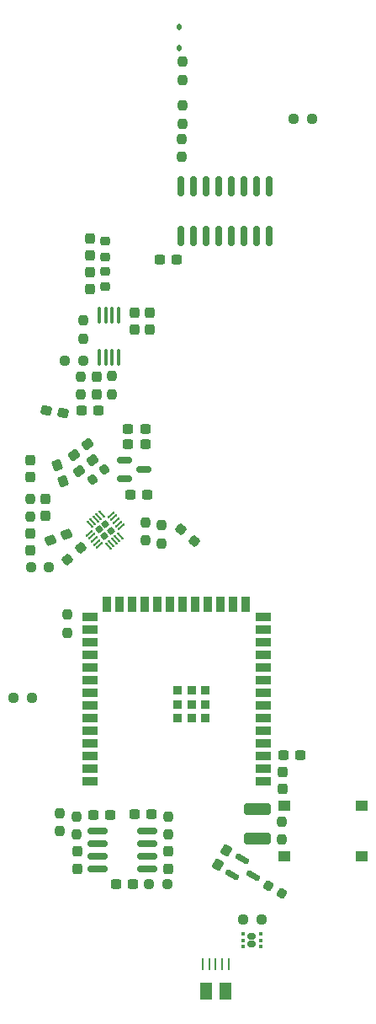
<source format=gbr>
G04 #@! TF.GenerationSoftware,KiCad,Pcbnew,8.0.3*
G04 #@! TF.CreationDate,2024-07-27T02:44:29-04:00*
G04 #@! TF.ProjectId,MEAP_Rev4,4d454150-5f52-4657-9634-2e6b69636164,rev?*
G04 #@! TF.SameCoordinates,Original*
G04 #@! TF.FileFunction,Paste,Top*
G04 #@! TF.FilePolarity,Positive*
%FSLAX46Y46*%
G04 Gerber Fmt 4.6, Leading zero omitted, Abs format (unit mm)*
G04 Created by KiCad (PCBNEW 8.0.3) date 2024-07-27 02:44:29*
%MOMM*%
%LPD*%
G01*
G04 APERTURE LIST*
G04 Aperture macros list*
%AMRoundRect*
0 Rectangle with rounded corners*
0 $1 Rounding radius*
0 $2 $3 $4 $5 $6 $7 $8 $9 X,Y pos of 4 corners*
0 Add a 4 corners polygon primitive as box body*
4,1,4,$2,$3,$4,$5,$6,$7,$8,$9,$2,$3,0*
0 Add four circle primitives for the rounded corners*
1,1,$1+$1,$2,$3*
1,1,$1+$1,$4,$5*
1,1,$1+$1,$6,$7*
1,1,$1+$1,$8,$9*
0 Add four rect primitives between the rounded corners*
20,1,$1+$1,$2,$3,$4,$5,0*
20,1,$1+$1,$4,$5,$6,$7,0*
20,1,$1+$1,$6,$7,$8,$9,0*
20,1,$1+$1,$8,$9,$2,$3,0*%
G04 Aperture macros list end*
%ADD10RoundRect,0.150000X-0.825000X-0.150000X0.825000X-0.150000X0.825000X0.150000X-0.825000X0.150000X0*%
%ADD11RoundRect,0.237500X-0.077151X-0.374772X0.382475X0.010901X0.077151X0.374772X-0.382475X-0.010901X0*%
%ADD12RoundRect,0.250000X1.100000X-0.325000X1.100000X0.325000X-1.100000X0.325000X-1.100000X-0.325000X0*%
%ADD13RoundRect,0.237500X-0.325783X0.200678X-0.120571X-0.363138X0.325783X-0.200678X0.120571X0.363138X0*%
%ADD14RoundRect,0.150000X-0.587500X-0.150000X0.587500X-0.150000X0.587500X0.150000X-0.587500X0.150000X0*%
%ADD15RoundRect,0.237500X-0.237500X0.300000X-0.237500X-0.300000X0.237500X-0.300000X0.237500X0.300000X0*%
%ADD16RoundRect,0.237500X0.237500X-0.250000X0.237500X0.250000X-0.237500X0.250000X-0.237500X-0.250000X0*%
%ADD17RoundRect,0.150000X-0.583790X0.163846X0.433790X-0.423654X0.583790X-0.163846X-0.433790X0.423654X0*%
%ADD18RoundRect,0.218750X-0.256250X0.218750X-0.256250X-0.218750X0.256250X-0.218750X0.256250X0.218750X0*%
%ADD19RoundRect,0.237500X0.237500X-0.300000X0.237500X0.300000X-0.237500X0.300000X-0.237500X-0.300000X0*%
%ADD20RoundRect,0.237500X-0.300000X-0.237500X0.300000X-0.237500X0.300000X0.237500X-0.300000X0.237500X0*%
%ADD21RoundRect,0.237500X-0.038849X-0.342632X0.344173X-0.021239X0.038849X0.342632X-0.344173X0.021239X0*%
%ADD22RoundRect,0.150000X0.150000X-0.825000X0.150000X0.825000X-0.150000X0.825000X-0.150000X-0.825000X0*%
%ADD23RoundRect,0.218750X0.256250X-0.218750X0.256250X0.218750X-0.256250X0.218750X-0.256250X-0.218750X0*%
%ADD24RoundRect,0.237500X-0.250000X-0.237500X0.250000X-0.237500X0.250000X0.237500X-0.250000X0.237500X0*%
%ADD25R,1.500000X0.900000*%
%ADD26R,0.900000X1.500000*%
%ADD27R,0.900000X0.900000*%
%ADD28RoundRect,0.160000X-0.245000X-0.160000X0.245000X-0.160000X0.245000X0.160000X-0.245000X0.160000X0*%
%ADD29RoundRect,0.093750X-0.093750X-0.106250X0.093750X-0.106250X0.093750X0.106250X-0.093750X0.106250X0*%
%ADD30RoundRect,0.167500X0.020646X0.235979X-0.235979X0.020646X-0.020646X-0.235979X0.235979X-0.020646X0*%
%ADD31RoundRect,0.050000X0.255127X0.279348X-0.319406X-0.202743X-0.255127X-0.279348X0.319406X0.202743X0*%
%ADD32RoundRect,0.050000X-0.202743X0.319406X-0.279348X0.255127X0.202743X-0.319406X0.279348X-0.255127X0*%
%ADD33RoundRect,0.237500X0.300000X0.237500X-0.300000X0.237500X-0.300000X-0.237500X0.300000X-0.237500X0*%
%ADD34RoundRect,0.218750X-0.317568X-0.112544X0.061318X-0.331294X0.317568X0.112544X-0.061318X0.331294X0*%
%ADD35R,1.250000X1.000000*%
%ADD36RoundRect,0.237500X-0.237500X0.250000X-0.237500X-0.250000X0.237500X-0.250000X0.237500X0.250000X0*%
%ADD37RoundRect,0.237500X-0.200678X-0.325783X0.363138X-0.120571X0.200678X0.325783X-0.363138X0.120571X0*%
%ADD38RoundRect,0.237500X0.336684X0.181797X-0.254201X0.285986X-0.336684X-0.181797X0.254201X-0.285986X0*%
%ADD39RoundRect,0.112500X0.112500X-0.187500X0.112500X0.187500X-0.112500X0.187500X-0.112500X-0.187500X0*%
%ADD40RoundRect,0.237500X0.055681X-0.378558X0.355681X0.141058X-0.055681X0.378558X-0.355681X-0.141058X0*%
%ADD41R,0.200000X1.150000*%
%ADD42R,1.300000X1.700000*%
%ADD43RoundRect,0.237500X0.250000X0.237500X-0.250000X0.237500X-0.250000X-0.237500X0.250000X-0.237500X0*%
%ADD44RoundRect,0.100000X0.100000X-0.712500X0.100000X0.712500X-0.100000X0.712500X-0.100000X-0.712500X0*%
%ADD45RoundRect,0.237500X-0.344173X-0.021239X0.038849X-0.342632X0.344173X0.021239X-0.038849X0.342632X0*%
%ADD46RoundRect,0.218750X-0.002858X-0.336909X0.332287X-0.055689X0.002858X0.336909X-0.332287X0.055689X0*%
G04 APERTURE END LIST*
D10*
X32165000Y-97215000D03*
X32165000Y-98485000D03*
X32165000Y-99755000D03*
X32165000Y-101025000D03*
X37115000Y-101025000D03*
X37115000Y-99755000D03*
X37115000Y-98485000D03*
X37115000Y-97215000D03*
D11*
X29768572Y-59478810D03*
X31090000Y-58370000D03*
D12*
X48250000Y-97995000D03*
X48250000Y-95045000D03*
D13*
X28055007Y-60489514D03*
X28644993Y-62110486D03*
D14*
X34882503Y-59960000D03*
X34882502Y-61859999D03*
X36757496Y-60910001D03*
D15*
X35830000Y-45160000D03*
X35830004Y-46885004D03*
D16*
X40730002Y-21787502D03*
X40730000Y-19962504D03*
D17*
X46662457Y-100012823D03*
X45712459Y-101658277D03*
X47811252Y-101773052D03*
D15*
X30079999Y-99302497D03*
X30079997Y-101027499D03*
D16*
X50710001Y-98132499D03*
X50709999Y-96307501D03*
D18*
X32869998Y-37975002D03*
X32869998Y-39550002D03*
D19*
X39270000Y-101040000D03*
X39269998Y-99314998D03*
D15*
X31340000Y-37720000D03*
X31339998Y-39445002D03*
D20*
X35224994Y-56870002D03*
X36950000Y-56870000D03*
D21*
X29070000Y-70000000D03*
X30468030Y-68826912D03*
D22*
X40500000Y-37434998D03*
X41769999Y-37434999D03*
X43039998Y-37434998D03*
X44309999Y-37434998D03*
X45580000Y-37434999D03*
X46849999Y-37434996D03*
X48120000Y-37434998D03*
X49389999Y-37434999D03*
X49389998Y-32484998D03*
X48119999Y-32484997D03*
X46850000Y-32484998D03*
X45579999Y-32484998D03*
X44309998Y-32484997D03*
X43039999Y-32485000D03*
X41769998Y-32484998D03*
X40499999Y-32484997D03*
D15*
X37380000Y-45167502D03*
X37380004Y-46892506D03*
D19*
X26930000Y-65610000D03*
X26929998Y-63884998D03*
D16*
X40670000Y-26180000D03*
X40669998Y-24355002D03*
D20*
X50835000Y-89630000D03*
X52560000Y-89630000D03*
D23*
X32889998Y-42582502D03*
X32889998Y-41007502D03*
D20*
X35222495Y-58400003D03*
X36947501Y-58400001D03*
D24*
X25440000Y-70720000D03*
X27265000Y-70720000D03*
D16*
X30485001Y-53407500D03*
X30484999Y-51582502D03*
D25*
X48839997Y-92260002D03*
X48839997Y-90990002D03*
X48839997Y-89720002D03*
X48839997Y-88450002D03*
X48839997Y-87180002D03*
X48839997Y-85910002D03*
X48839997Y-84640002D03*
X48839997Y-83370002D03*
X48839997Y-82100002D03*
X48839997Y-80830002D03*
X48839997Y-79560002D03*
X48839997Y-78290002D03*
X48839997Y-77020002D03*
X48839997Y-75750002D03*
D26*
X47074997Y-74500002D03*
X45804997Y-74500002D03*
X44534997Y-74500002D03*
X43264997Y-74500002D03*
X41994997Y-74500002D03*
X40724997Y-74500002D03*
X39454997Y-74500002D03*
X38184997Y-74500002D03*
X36914997Y-74500002D03*
X35644997Y-74500002D03*
X34374997Y-74500002D03*
X33104997Y-74500002D03*
D25*
X31339997Y-75750002D03*
X31339997Y-77020002D03*
X31339997Y-78290002D03*
X31339997Y-79560002D03*
X31339997Y-80830002D03*
X31339997Y-82100002D03*
X31339997Y-83370002D03*
X31339997Y-84640002D03*
X31339997Y-85910002D03*
X31339997Y-87180002D03*
X31339997Y-88450002D03*
X31339997Y-89720002D03*
X31339997Y-90990002D03*
X31339997Y-92260002D03*
D27*
X42989997Y-85940002D03*
X42989997Y-84540002D03*
X42989997Y-83140002D03*
X41589997Y-85940002D03*
X41589997Y-84540002D03*
X41589997Y-83140002D03*
X40189997Y-85940002D03*
X40189997Y-84540002D03*
X40189997Y-83140002D03*
D28*
X47637503Y-107829998D03*
X47637503Y-108629998D03*
D29*
X46750002Y-107580002D03*
X46750003Y-108229997D03*
X46750000Y-108880000D03*
X48525004Y-108879994D03*
X48525003Y-108229999D03*
X48525006Y-107579996D03*
D30*
X32937069Y-66437500D03*
X33464155Y-67065658D03*
X32308911Y-66964586D03*
X32835997Y-67592744D03*
D31*
X34511529Y-66695916D03*
X34254413Y-66389499D03*
X33997297Y-66083080D03*
X33740180Y-65776662D03*
X33483066Y-65470244D03*
D32*
X32567327Y-65390126D03*
X32260910Y-65647242D03*
X31954491Y-65904358D03*
X31648073Y-66161475D03*
X31341655Y-66418589D03*
D31*
X31261537Y-67334328D03*
X31518653Y-67640745D03*
X31775769Y-67947164D03*
X32032886Y-68253582D03*
X32290000Y-68560000D03*
D32*
X33205739Y-68640118D03*
X33512156Y-68383002D03*
X33818575Y-68125886D03*
X34124993Y-67868769D03*
X34431411Y-67611655D03*
D33*
X32250000Y-54960000D03*
X30524998Y-54960004D03*
D34*
X49330000Y-102720000D03*
X50693990Y-103507500D03*
D24*
X28835002Y-49969998D03*
X30660000Y-49970000D03*
D35*
X58684999Y-94670000D03*
X50935001Y-94670000D03*
D19*
X25350002Y-61722502D03*
X25349998Y-59997498D03*
D36*
X29060000Y-75480000D03*
X29060000Y-77304994D03*
D33*
X37562499Y-95584996D03*
X35837497Y-95585000D03*
D16*
X28329998Y-97254998D03*
X28330000Y-95430000D03*
D37*
X27369514Y-68064993D03*
X28990486Y-67475007D03*
D20*
X35427498Y-63460002D03*
X37152502Y-63459998D03*
D15*
X50750000Y-91280000D03*
X50749998Y-93005002D03*
D19*
X32015001Y-53357502D03*
X32014999Y-51632500D03*
D38*
X28659398Y-55289770D03*
X26960602Y-54990230D03*
D39*
X40360002Y-18587502D03*
X40359998Y-16487500D03*
D40*
X44208749Y-100656948D03*
X45071251Y-99163052D03*
D24*
X46825004Y-106159998D03*
X48650000Y-106160000D03*
D36*
X30660000Y-45950000D03*
X30660000Y-47774994D03*
D41*
X42729999Y-110632000D03*
X43379999Y-110632000D03*
X44029999Y-110632000D03*
X44679999Y-110632000D03*
X45329999Y-110632000D03*
D42*
X43029999Y-113332000D03*
X45029999Y-113332000D03*
D20*
X31724998Y-95594998D03*
X33449998Y-95594998D03*
D43*
X39149995Y-102614999D03*
X37324999Y-102615001D03*
D36*
X39270000Y-95780000D03*
X39269998Y-97604998D03*
D11*
X30270000Y-61080000D03*
X31591428Y-59971190D03*
D44*
X32299999Y-49664999D03*
X32949999Y-49664999D03*
X33599998Y-49665001D03*
X34249998Y-49665000D03*
X34249999Y-45440001D03*
X33599999Y-45440001D03*
X32950000Y-45439999D03*
X32300000Y-45440000D03*
D19*
X25390000Y-69090000D03*
X25389998Y-67364994D03*
D16*
X33565000Y-53382499D03*
X33564998Y-51557501D03*
D35*
X50940002Y-99810000D03*
X58690000Y-99810000D03*
D19*
X31340000Y-42810004D03*
X31339998Y-41085002D03*
D36*
X30040000Y-95790000D03*
X30039998Y-97614998D03*
D33*
X35692499Y-102614996D03*
X33967497Y-102615000D03*
D36*
X25390000Y-63865006D03*
X25390000Y-65690000D03*
D16*
X36990001Y-68042499D03*
X36989999Y-66217501D03*
D20*
X38384994Y-39820002D03*
X40110000Y-39820000D03*
D16*
X38570000Y-68350000D03*
X38569998Y-66525002D03*
D45*
X40490986Y-66923457D03*
X41889014Y-68096543D03*
D24*
X23707500Y-83860000D03*
X25532500Y-83860000D03*
D43*
X53692498Y-25739999D03*
X51867502Y-25740001D03*
D36*
X40630001Y-27717501D03*
X40629999Y-29542499D03*
D46*
X31633480Y-61922390D03*
X32840000Y-60910000D03*
M02*

</source>
